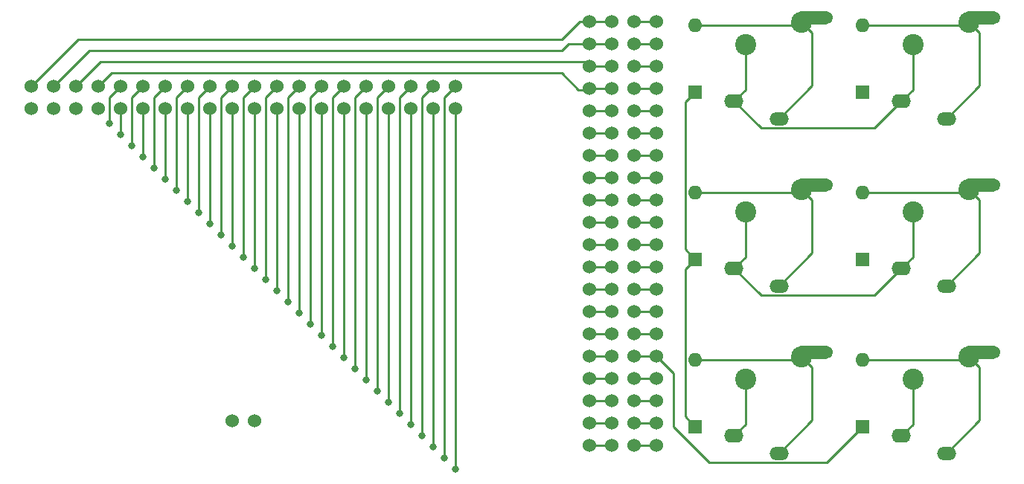
<source format=gbr>
%TF.GenerationSoftware,KiCad,Pcbnew,(7.0.0)*%
%TF.CreationDate,2023-02-28T08:24:30+09:00*%
%TF.ProjectId,wiokey,77696f6b-6579-42e6-9b69-6361645f7063,rev?*%
%TF.SameCoordinates,Original*%
%TF.FileFunction,Copper,L1,Top*%
%TF.FilePolarity,Positive*%
%FSLAX46Y46*%
G04 Gerber Fmt 4.6, Leading zero omitted, Abs format (unit mm)*
G04 Created by KiCad (PCBNEW (7.0.0)) date 2023-02-28 08:24:30*
%MOMM*%
%LPD*%
G01*
G04 APERTURE LIST*
G04 Aperture macros list*
%AMHorizOval*
0 Thick line with rounded ends*
0 $1 width*
0 $2 $3 position (X,Y) of the first rounded end (center of the circle)*
0 $4 $5 position (X,Y) of the second rounded end (center of the circle)*
0 Add line between two ends*
20,1,$1,$2,$3,$4,$5,0*
0 Add two circle primitives to create the rounded ends*
1,1,$1,$2,$3*
1,1,$1,$4,$5*%
G04 Aperture macros list end*
%TA.AperFunction,ComponentPad*%
%ADD10C,1.524000*%
%TD*%
%TA.AperFunction,ComponentPad*%
%ADD11O,2.200000X1.600000*%
%TD*%
%TA.AperFunction,ComponentPad*%
%ADD12C,2.400000*%
%TD*%
%TA.AperFunction,ComponentPad*%
%ADD13O,2.200000X1.500000*%
%TD*%
%TA.AperFunction,ComponentPad*%
%ADD14HorizOval,1.500000X1.449945X0.012653X-1.449945X-0.012653X0*%
%TD*%
%TA.AperFunction,ComponentPad*%
%ADD15R,1.600000X1.600000*%
%TD*%
%TA.AperFunction,ComponentPad*%
%ADD16O,1.600000X1.600000*%
%TD*%
%TA.AperFunction,ViaPad*%
%ADD17C,0.800000*%
%TD*%
%TA.AperFunction,Conductor*%
%ADD18C,0.250000*%
%TD*%
G04 APERTURE END LIST*
D10*
%TO.P,U1,40,BCM21*%
%TO.N,WT-40*%
X170130000Y-70730000D03*
%TO.P,U1,39,GND*%
%TO.N,WT-39*%
X170130000Y-73270000D03*
%TO.P,U1,38,BCM20*%
%TO.N,WT-38*%
X167590000Y-70730000D03*
%TO.P,U1,37,BCM26*%
%TO.N,WT-37*%
X167590000Y-73270000D03*
%TO.P,U1,36,BCM16*%
%TO.N,WT-36*%
X165050000Y-70730000D03*
%TO.P,U1,35,BCM19*%
%TO.N,WT-35*%
X165050000Y-73270000D03*
%TO.P,U1,34,GND*%
%TO.N,WT-34*%
X162510000Y-70730000D03*
%TO.P,U1,33,BCM13*%
%TO.N,WT-33*%
X162510000Y-73270000D03*
%TO.P,U1,32,BCM12*%
%TO.N,WT-32*%
X159970000Y-70730000D03*
%TO.P,U1,31,BCM6*%
%TO.N,WT-31*%
X159970000Y-73270000D03*
%TO.P,U1,30,GND*%
%TO.N,WT-30*%
X157430000Y-70730000D03*
%TO.P,U1,29,BCM5*%
%TO.N,WT-29*%
X157430000Y-73270000D03*
%TO.P,U1,28,BCM1*%
%TO.N,WT-28*%
X154890000Y-70730000D03*
%TO.P,U1,27,BCM0*%
%TO.N,WT-27*%
X154890000Y-73270000D03*
%TO.P,U1,26,BCM7*%
%TO.N,WT-26*%
X152350000Y-70730000D03*
%TO.P,U1,25,GND*%
%TO.N,WT-25*%
X152350000Y-73270000D03*
%TO.P,U1,24,BCM8*%
%TO.N,WT-24*%
X149810000Y-70730000D03*
%TO.P,U1,23,BCM11*%
%TO.N,WT-23*%
X149810000Y-73270000D03*
%TO.P,U1,22,BCM25*%
%TO.N,WT-22*%
X147270000Y-70730000D03*
%TO.P,U1,21,BCM9*%
%TO.N,WT-21*%
X147270000Y-73270000D03*
%TO.P,U1,20,GND*%
%TO.N,WT-20*%
X144730000Y-70730000D03*
%TO.P,U1,19,BCM10*%
%TO.N,WT-19*%
X144730000Y-73270000D03*
%TO.P,U1,18,BCM24*%
%TO.N,WT-18*%
X142190000Y-70730000D03*
%TO.P,U1,17,3V3*%
%TO.N,WT-17*%
X142190000Y-73270000D03*
%TO.P,U1,16,BCM23*%
%TO.N,WT-16*%
X139650000Y-70730000D03*
%TO.P,U1,15,BCM22*%
%TO.N,WT-15*%
X139650000Y-73270000D03*
%TO.P,U1,14,GND*%
%TO.N,WT-14*%
X137110000Y-70730000D03*
%TO.P,U1,13,BCM27*%
%TO.N,WT-13*%
X137110000Y-73270000D03*
%TO.P,U1,12,BCM18*%
%TO.N,WT-12*%
X134570000Y-70730000D03*
%TO.P,U1,11,BCM17*%
%TO.N,WT-11*%
X134570000Y-73270000D03*
%TO.P,U1,10,BCM15*%
%TO.N,WT-10*%
X132030000Y-70730000D03*
%TO.P,U1,9,GND*%
%TO.N,WT-09*%
X132030000Y-73270000D03*
%TO.P,U1,8,BCM14*%
%TO.N,WT-08*%
X129490000Y-70730000D03*
%TO.P,U1,7,BCM4*%
%TO.N,WT-07*%
X129490000Y-73270000D03*
%TO.P,U1,6,GND*%
%TO.N,WT-06*%
X126950000Y-70730000D03*
%TO.P,U1,5,BCM3*%
%TO.N,WT-05*%
X126950000Y-73270000D03*
%TO.P,U1,4,5V*%
%TO.N,WT-04*%
X124410000Y-70730000D03*
%TO.P,U1,3,BCM2*%
%TO.N,WT-03*%
X124410000Y-73270000D03*
%TO.P,U1,2,5V*%
%TO.N,WT-02*%
X121870000Y-70730000D03*
%TO.P,U1,1,3V3*%
%TO.N,WT-01*%
X121870000Y-73270000D03*
%TO.P,U1,*%
%TO.N,*%
X147270000Y-108830000D03*
X144730000Y-108830000D03*
%TD*%
D11*
%TO.P,SW2,1,1*%
%TO.N,WT-35*%
X201849999Y-91449999D03*
D12*
X203140000Y-85010000D03*
D13*
%TO.P,SW2,2,2*%
%TO.N,Net-(D2-A)*%
X206949999Y-93449999D03*
D12*
X209490000Y-82470000D03*
D14*
X210850041Y-82009598D03*
%TD*%
D15*
%TO.P,D3,1,K*%
%TO.N,WT-29*%
X197424999Y-109457499D03*
D16*
%TO.P,D3,2,A*%
%TO.N,Net-(D3-A)*%
X197424999Y-101837499D03*
%TD*%
D15*
%TO.P,D5,1,K*%
%TO.N,WT-31*%
X216474999Y-90407499D03*
D16*
%TO.P,D5,2,A*%
%TO.N,Net-(D5-A)*%
X216474999Y-82787499D03*
%TD*%
D11*
%TO.P,SW1,1,1*%
%TO.N,WT-33*%
X201849999Y-72399999D03*
D12*
X203140000Y-65960000D03*
D13*
%TO.P,SW1,2,2*%
%TO.N,Net-(D1-A)*%
X206949999Y-74399999D03*
D12*
X209490000Y-63420000D03*
D14*
X210850041Y-62959598D03*
%TD*%
D10*
%TO.P,U2,1,3V3*%
%TO.N,WT-01*%
X190450000Y-63370000D03*
X192990000Y-63370000D03*
%TO.P,U2,2,5V*%
%TO.N,WT-02*%
X185370000Y-63370000D03*
X187910000Y-63370000D03*
%TO.P,U2,3,BCM2*%
%TO.N,WT-03*%
X190450000Y-65910000D03*
X192990000Y-65910000D03*
%TO.P,U2,4,5V*%
%TO.N,WT-04*%
X185370000Y-65910000D03*
X187910000Y-65910000D03*
%TO.P,U2,5,BCM3*%
%TO.N,WT-05*%
X190450000Y-68450000D03*
X192990000Y-68450000D03*
%TO.P,U2,6,GND*%
%TO.N,WT-06*%
X185370000Y-68450000D03*
X187910000Y-68450000D03*
%TO.P,U2,7,BCM4*%
%TO.N,WT-07*%
X190450000Y-70990000D03*
X192990000Y-70990000D03*
%TO.P,U2,8,BCM14*%
%TO.N,WT-08*%
X185370000Y-70990000D03*
X187910000Y-70990000D03*
%TO.P,U2,9,GND*%
%TO.N,WT-09*%
X190450000Y-73530000D03*
X192990000Y-73530000D03*
%TO.P,U2,10,BCM15*%
%TO.N,WT-10*%
X185370000Y-73530000D03*
X187910000Y-73530000D03*
%TO.P,U2,11,BCM17*%
%TO.N,WT-11*%
X190450000Y-76070000D03*
X192990000Y-76070000D03*
%TO.P,U2,12,BCM18*%
%TO.N,WT-12*%
X185370000Y-76070000D03*
X187910000Y-76070000D03*
%TO.P,U2,13,BCM27*%
%TO.N,WT-13*%
X190450000Y-78610000D03*
X192990000Y-78610000D03*
%TO.P,U2,14,GND*%
%TO.N,WT-14*%
X185370000Y-78610000D03*
X187910000Y-78610000D03*
%TO.P,U2,15,BCM22*%
%TO.N,WT-15*%
X190450000Y-81150000D03*
X192990000Y-81150000D03*
%TO.P,U2,16,BCM23*%
%TO.N,WT-16*%
X185370000Y-81150000D03*
X187910000Y-81150000D03*
%TO.P,U2,17,3V3*%
%TO.N,WT-17*%
X190450000Y-83690000D03*
X192990000Y-83690000D03*
%TO.P,U2,18,BCM24*%
%TO.N,WT-18*%
X185370000Y-83690000D03*
X187910000Y-83690000D03*
%TO.P,U2,19,BCM10*%
%TO.N,WT-19*%
X190450000Y-86230000D03*
X192990000Y-86230000D03*
%TO.P,U2,20,GND*%
%TO.N,WT-20*%
X185370000Y-86230000D03*
X187910000Y-86230000D03*
%TO.P,U2,21,BCM9*%
%TO.N,WT-21*%
X190450000Y-88770000D03*
X192990000Y-88770000D03*
%TO.P,U2,22,BCM25*%
%TO.N,WT-22*%
X185370000Y-88770000D03*
X187910000Y-88770000D03*
%TO.P,U2,23,BCM11*%
%TO.N,WT-23*%
X190450000Y-91310000D03*
X192990000Y-91310000D03*
%TO.P,U2,24,BCM8*%
%TO.N,WT-24*%
X185370000Y-91310000D03*
X187910000Y-91310000D03*
%TO.P,U2,25,GND*%
%TO.N,WT-25*%
X190450000Y-93850000D03*
X192990000Y-93850000D03*
%TO.P,U2,26,BCM7*%
%TO.N,WT-26*%
X185370000Y-93850000D03*
X187910000Y-93850000D03*
%TO.P,U2,27,BCM0*%
%TO.N,WT-27*%
X190450000Y-96390000D03*
X192990000Y-96390000D03*
%TO.P,U2,28,BCM1*%
%TO.N,WT-28*%
X185370000Y-96390000D03*
X187910000Y-96390000D03*
%TO.P,U2,29,BCM5*%
%TO.N,WT-29*%
X190450000Y-98930000D03*
X192990000Y-98930000D03*
%TO.P,U2,30,GND*%
%TO.N,WT-30*%
X185370000Y-98930000D03*
X187910000Y-98930000D03*
%TO.P,U2,31,BCM6*%
%TO.N,WT-31*%
X190450000Y-101470000D03*
X192990000Y-101470000D03*
%TO.P,U2,32,BCM12*%
%TO.N,WT-32*%
X185370000Y-101470000D03*
X187910000Y-101470000D03*
%TO.P,U2,33,BCM13*%
%TO.N,WT-33*%
X190450000Y-104010000D03*
X192990000Y-104010000D03*
%TO.P,U2,34,GND*%
%TO.N,WT-34*%
X185370000Y-104010000D03*
X187910000Y-104010000D03*
%TO.P,U2,35,BCM19*%
%TO.N,WT-35*%
X190450000Y-106550000D03*
X192990000Y-106550000D03*
%TO.P,U2,36,BCM16*%
%TO.N,WT-36*%
X185370000Y-106550000D03*
X187910000Y-106550000D03*
%TO.P,U2,37,BCM26*%
%TO.N,WT-37*%
X190450000Y-109090000D03*
X192990000Y-109090000D03*
%TO.P,U2,38,BCM20*%
%TO.N,WT-38*%
X185370000Y-109090000D03*
X187910000Y-109090000D03*
%TO.P,U2,39,GND*%
%TO.N,WT-39*%
X190450000Y-111630000D03*
X192990000Y-111630000D03*
%TO.P,U2,40,BCM21*%
%TO.N,WT-40*%
X185370000Y-111630000D03*
X187910000Y-111630000D03*
%TD*%
D15*
%TO.P,D1,1,K*%
%TO.N,WT-29*%
X197424999Y-71357499D03*
D16*
%TO.P,D1,2,A*%
%TO.N,Net-(D1-A)*%
X197424999Y-63737499D03*
%TD*%
D11*
%TO.P,SW6,1,1*%
%TO.N,WT-37*%
X220899999Y-110499999D03*
D12*
X222190000Y-104060000D03*
D13*
%TO.P,SW6,2,2*%
%TO.N,Net-(D6-A)*%
X225999999Y-112499999D03*
D12*
X228540000Y-101520000D03*
D14*
X229900041Y-101059598D03*
%TD*%
D15*
%TO.P,D4,1,K*%
%TO.N,WT-31*%
X216474999Y-71357499D03*
D16*
%TO.P,D4,2,A*%
%TO.N,Net-(D4-A)*%
X216474999Y-63737499D03*
%TD*%
D11*
%TO.P,SW5,1,1*%
%TO.N,WT-35*%
X220899999Y-91449999D03*
D12*
X222190000Y-85010000D03*
D13*
%TO.P,SW5,2,2*%
%TO.N,Net-(D5-A)*%
X225999999Y-93449999D03*
D12*
X228540000Y-82470000D03*
D14*
X229900041Y-82009598D03*
%TD*%
D15*
%TO.P,D6,1,K*%
%TO.N,WT-31*%
X216474999Y-109457499D03*
D16*
%TO.P,D6,2,A*%
%TO.N,Net-(D6-A)*%
X216474999Y-101837499D03*
%TD*%
D15*
%TO.P,D2,1,K*%
%TO.N,WT-29*%
X197424999Y-90407499D03*
D16*
%TO.P,D2,2,A*%
%TO.N,Net-(D2-A)*%
X197424999Y-82787499D03*
%TD*%
D11*
%TO.P,SW3,1,1*%
%TO.N,WT-37*%
X201849999Y-110499999D03*
D12*
X203140000Y-104060000D03*
D13*
%TO.P,SW3,2,2*%
%TO.N,Net-(D3-A)*%
X206949999Y-112499999D03*
D12*
X209490000Y-101520000D03*
D14*
X210850041Y-101059598D03*
%TD*%
D11*
%TO.P,SW4,1,1*%
%TO.N,WT-33*%
X220899999Y-72399999D03*
D12*
X222190000Y-65960000D03*
D13*
%TO.P,SW4,2,2*%
%TO.N,Net-(D4-A)*%
X225999999Y-74399999D03*
D12*
X228540000Y-63420000D03*
D14*
X229900041Y-62959598D03*
%TD*%
D17*
%TO.N,WT-09*%
X132080000Y-76200000D03*
%TO.N,WT-11*%
X134620000Y-78740000D03*
%TO.N,WT-13*%
X137160000Y-81280000D03*
%TO.N,WT-15*%
X139700000Y-83820000D03*
%TO.N,WT-17*%
X142240000Y-86360000D03*
%TO.N,WT-19*%
X144780000Y-88900000D03*
%TO.N,WT-21*%
X147320000Y-91440000D03*
%TO.N,WT-23*%
X149860000Y-93980000D03*
%TO.N,WT-25*%
X152400000Y-96520000D03*
%TO.N,WT-27*%
X154940000Y-99060000D03*
%TO.N,WT-29*%
X157480000Y-101600000D03*
%TO.N,WT-31*%
X160020000Y-104140000D03*
%TO.N,WT-33*%
X162560000Y-106680000D03*
%TO.N,WT-35*%
X165100000Y-109220000D03*
%TO.N,WT-37*%
X167640000Y-111760000D03*
%TO.N,WT-39*%
X170180000Y-114300000D03*
%TO.N,WT-10*%
X130810000Y-74930000D03*
%TO.N,WT-12*%
X133350000Y-77470000D03*
%TO.N,WT-14*%
X135890000Y-80010000D03*
%TO.N,WT-16*%
X138430000Y-82550000D03*
%TO.N,WT-18*%
X140970000Y-85090000D03*
%TO.N,WT-20*%
X143510000Y-87630000D03*
%TO.N,WT-22*%
X146050000Y-90170000D03*
%TO.N,WT-24*%
X148590000Y-92710000D03*
%TO.N,WT-26*%
X151130000Y-95250000D03*
%TO.N,WT-28*%
X153670000Y-97790000D03*
%TO.N,WT-30*%
X156210000Y-100330000D03*
%TO.N,WT-32*%
X158750000Y-102870000D03*
%TO.N,WT-34*%
X161290000Y-105410000D03*
%TO.N,WT-36*%
X163830000Y-107950000D03*
%TO.N,WT-38*%
X166370000Y-110490000D03*
%TO.N,WT-40*%
X168910000Y-113030000D03*
%TD*%
D18*
%TO.N,WT-01*%
X190450000Y-63370000D02*
X192990000Y-63370000D01*
%TO.N,WT-03*%
X192990000Y-65910000D02*
X190450000Y-65910000D01*
%TO.N,WT-05*%
X190450000Y-68450000D02*
X192990000Y-68450000D01*
%TO.N,WT-07*%
X192990000Y-70990000D02*
X190450000Y-70990000D01*
%TO.N,WT-09*%
X132030000Y-76150000D02*
X132080000Y-76200000D01*
X190450000Y-73530000D02*
X192990000Y-73530000D01*
X132030000Y-73270000D02*
X132030000Y-76150000D01*
%TO.N,WT-11*%
X192990000Y-76070000D02*
X190450000Y-76070000D01*
X134570000Y-73270000D02*
X134620000Y-78740000D01*
%TO.N,WT-13*%
X137110000Y-73270000D02*
X137110000Y-81230000D01*
X137110000Y-81230000D02*
X137160000Y-81280000D01*
X190450000Y-78610000D02*
X192990000Y-78610000D01*
%TO.N,WT-15*%
X139650000Y-83770000D02*
X139700000Y-83820000D01*
X192990000Y-81150000D02*
X190450000Y-81150000D01*
X139650000Y-73270000D02*
X139650000Y-83770000D01*
%TO.N,WT-17*%
X190450000Y-83690000D02*
X192990000Y-83690000D01*
X142190000Y-73270000D02*
X142190000Y-86310000D01*
X142190000Y-86310000D02*
X142240000Y-86360000D01*
%TO.N,WT-19*%
X144730000Y-73270000D02*
X144730000Y-88850000D01*
X192990000Y-86230000D02*
X190450000Y-86230000D01*
X144730000Y-88850000D02*
X144780000Y-88900000D01*
%TO.N,WT-21*%
X147270000Y-91390000D02*
X147320000Y-91440000D01*
X147270000Y-73270000D02*
X147270000Y-91390000D01*
X190450000Y-88770000D02*
X192990000Y-88770000D01*
%TO.N,WT-23*%
X149810000Y-93930000D02*
X149860000Y-93980000D01*
X192990000Y-91310000D02*
X190450000Y-91310000D01*
X149810000Y-73270000D02*
X149810000Y-93930000D01*
%TO.N,WT-25*%
X152350000Y-73270000D02*
X152350000Y-96470000D01*
X190450000Y-93850000D02*
X192990000Y-93850000D01*
X152350000Y-96470000D02*
X152400000Y-96520000D01*
%TO.N,WT-27*%
X192990000Y-96390000D02*
X190450000Y-96390000D01*
X154890000Y-73270000D02*
X154890000Y-99010000D01*
X154890000Y-99010000D02*
X154940000Y-99060000D01*
%TO.N,WT-29*%
X190450000Y-98930000D02*
X192990000Y-98930000D01*
X197425000Y-71357500D02*
X196300000Y-72482500D01*
X157430000Y-101550000D02*
X157480000Y-101600000D01*
X196300000Y-91532500D02*
X196300000Y-108332500D01*
X157430000Y-73270000D02*
X157430000Y-101550000D01*
X196300000Y-72482500D02*
X196300000Y-89282500D01*
X197425000Y-90407500D02*
X196300000Y-91532500D01*
X196300000Y-108332500D02*
X197425000Y-109457500D01*
X196300000Y-89282500D02*
X197425000Y-90407500D01*
%TO.N,WT-31*%
X194945000Y-103425000D02*
X194945000Y-109525000D01*
X192990000Y-101470000D02*
X190450000Y-101470000D01*
X198995000Y-113575000D02*
X212357500Y-113575000D01*
X159970000Y-73270000D02*
X159970000Y-104090000D01*
X159970000Y-104090000D02*
X160020000Y-104140000D01*
X194945000Y-109525000D02*
X198995000Y-113575000D01*
X192990000Y-101470000D02*
X194945000Y-103425000D01*
X212357500Y-113575000D02*
X216475000Y-109457500D01*
%TO.N,WT-33*%
X217825000Y-75475000D02*
X220900000Y-72400000D01*
X222190000Y-71110000D02*
X220900000Y-72400000D01*
X201850000Y-72400000D02*
X204925000Y-75475000D01*
X222190000Y-65960000D02*
X222190000Y-71110000D01*
X162510000Y-106630000D02*
X162560000Y-106680000D01*
X190450000Y-104010000D02*
X192990000Y-104010000D01*
X203140000Y-65960000D02*
X203140000Y-71110000D01*
X204925000Y-75475000D02*
X217825000Y-75475000D01*
X162510000Y-73270000D02*
X162510000Y-106630000D01*
X203140000Y-71110000D02*
X201850000Y-72400000D01*
%TO.N,WT-35*%
X203140000Y-90160000D02*
X201850000Y-91450000D01*
X192990000Y-106550000D02*
X190450000Y-106550000D01*
X204925000Y-94525000D02*
X217825000Y-94525000D01*
X217825000Y-94525000D02*
X220900000Y-91450000D01*
X222190000Y-85010000D02*
X222190000Y-90160000D01*
X165050000Y-73270000D02*
X165050000Y-109170000D01*
X222190000Y-90160000D02*
X220900000Y-91450000D01*
X201850000Y-91450000D02*
X204925000Y-94525000D01*
X203140000Y-85010000D02*
X203140000Y-90160000D01*
X165050000Y-109170000D02*
X165100000Y-109220000D01*
%TO.N,WT-37*%
X167590000Y-105410000D02*
X167590000Y-111710000D01*
X190450000Y-109090000D02*
X192990000Y-109090000D01*
X203140000Y-109210000D02*
X201850000Y-110500000D01*
X222190000Y-109210000D02*
X220900000Y-110500000D01*
X167590000Y-73270000D02*
X167590000Y-105410000D01*
X222190000Y-104060000D02*
X222190000Y-109210000D01*
X203140000Y-104060000D02*
X203140000Y-109210000D01*
X167590000Y-111710000D02*
X167640000Y-111760000D01*
%TO.N,WT-39*%
X170130000Y-114250000D02*
X170180000Y-114300000D01*
X170130000Y-73270000D02*
X170130000Y-114250000D01*
X192990000Y-111630000D02*
X190450000Y-111630000D01*
%TO.N,WT-02*%
X121870000Y-70730000D02*
X127195000Y-65405000D01*
X185370000Y-63370000D02*
X187910000Y-63370000D01*
X184280000Y-63370000D02*
X185370000Y-63370000D01*
X182245000Y-65405000D02*
X184280000Y-63370000D01*
X127195000Y-65405000D02*
X182245000Y-65405000D01*
%TO.N,WT-04*%
X183010000Y-65910000D02*
X185370000Y-65910000D01*
X128465000Y-66675000D02*
X182245000Y-66675000D01*
X187910000Y-65910000D02*
X185370000Y-65910000D01*
X124410000Y-70730000D02*
X128465000Y-66675000D01*
X182245000Y-66675000D02*
X183010000Y-65910000D01*
%TO.N,WT-06*%
X184865000Y-67945000D02*
X185370000Y-68450000D01*
X129735000Y-67945000D02*
X184865000Y-67945000D01*
X126950000Y-70730000D02*
X129735000Y-67945000D01*
X185370000Y-68450000D02*
X187910000Y-68450000D01*
%TO.N,WT-08*%
X185240000Y-71120000D02*
X185370000Y-70990000D01*
X187910000Y-70990000D02*
X185370000Y-70990000D01*
X182245000Y-69215000D02*
X184150000Y-71120000D01*
X129490000Y-70730000D02*
X131005000Y-69215000D01*
X131005000Y-69215000D02*
X182245000Y-69215000D01*
X184150000Y-71120000D02*
X185240000Y-71120000D01*
%TO.N,WT-10*%
X132030000Y-70730000D02*
X130810000Y-71950000D01*
X130810000Y-71950000D02*
X130810000Y-74930000D01*
X185370000Y-73530000D02*
X187910000Y-73530000D01*
%TO.N,WT-12*%
X134570000Y-70730000D02*
X133350000Y-71950000D01*
X133350000Y-71950000D02*
X133350000Y-77470000D01*
X187910000Y-76070000D02*
X185370000Y-76070000D01*
%TO.N,WT-14*%
X185370000Y-78610000D02*
X187910000Y-78610000D01*
X135890000Y-71950000D02*
X135890000Y-80010000D01*
X137110000Y-70730000D02*
X135890000Y-71950000D01*
%TO.N,WT-16*%
X139650000Y-70730000D02*
X138430000Y-71950000D01*
X138430000Y-71950000D02*
X138430000Y-82550000D01*
X187910000Y-81150000D02*
X185370000Y-81150000D01*
%TO.N,WT-18*%
X142190000Y-70730000D02*
X140970000Y-71950000D01*
X185370000Y-83690000D02*
X187910000Y-83690000D01*
X140970000Y-71950000D02*
X140970000Y-85090000D01*
%TO.N,WT-20*%
X143510000Y-71950000D02*
X143510000Y-87630000D01*
X144730000Y-70730000D02*
X143510000Y-71950000D01*
X187910000Y-86230000D02*
X185370000Y-86230000D01*
%TO.N,WT-22*%
X185370000Y-88770000D02*
X187910000Y-88770000D01*
X146050000Y-88900000D02*
X146050000Y-90170000D01*
X146050000Y-71950000D02*
X146050000Y-88900000D01*
X147270000Y-70730000D02*
X146050000Y-71950000D01*
%TO.N,WT-24*%
X148590000Y-71950000D02*
X148590000Y-92710000D01*
X187910000Y-91310000D02*
X185370000Y-91310000D01*
X149810000Y-70730000D02*
X148590000Y-71950000D01*
%TO.N,WT-26*%
X152350000Y-70730000D02*
X151130000Y-71950000D01*
X151130000Y-71950000D02*
X151130000Y-95250000D01*
X185370000Y-93850000D02*
X187910000Y-93850000D01*
%TO.N,WT-28*%
X154890000Y-70730000D02*
X153670000Y-71950000D01*
X187910000Y-96390000D02*
X185370000Y-96390000D01*
X153670000Y-71950000D02*
X153670000Y-97790000D01*
%TO.N,WT-30*%
X156210000Y-71950000D02*
X156210000Y-100330000D01*
X185370000Y-98930000D02*
X187910000Y-98930000D01*
X157430000Y-70730000D02*
X156210000Y-71950000D01*
%TO.N,WT-32*%
X158750000Y-71950000D02*
X158750000Y-102870000D01*
X159970000Y-70730000D02*
X158750000Y-71950000D01*
X187910000Y-101470000D02*
X185370000Y-101470000D01*
%TO.N,WT-34*%
X161290000Y-71950000D02*
X161290000Y-105410000D01*
X162510000Y-70730000D02*
X161290000Y-71950000D01*
X185370000Y-104010000D02*
X187910000Y-104010000D01*
%TO.N,WT-36*%
X187910000Y-106550000D02*
X185370000Y-106550000D01*
X165050000Y-70730000D02*
X163830000Y-71950000D01*
X163830000Y-71950000D02*
X163830000Y-107950000D01*
%TO.N,WT-38*%
X185370000Y-109090000D02*
X187910000Y-109090000D01*
X166370000Y-71950000D02*
X166370000Y-110490000D01*
X167590000Y-70730000D02*
X166370000Y-71950000D01*
%TO.N,WT-40*%
X170130000Y-70730000D02*
X168910000Y-71950000D01*
X187910000Y-111630000D02*
X185370000Y-111630000D01*
X168910000Y-71950000D02*
X168910000Y-113030000D01*
%TO.N,Net-(D1-A)*%
X210690000Y-64620000D02*
X210690000Y-70660000D01*
X209172500Y-63737500D02*
X209490000Y-63420000D01*
X209490000Y-63420000D02*
X210690000Y-64620000D01*
X197425000Y-63737500D02*
X209172500Y-63737500D01*
X210690000Y-70660000D02*
X206950000Y-74400000D01*
%TO.N,Net-(D2-A)*%
X209172500Y-82787500D02*
X209490000Y-82470000D01*
X197425000Y-82787500D02*
X209172500Y-82787500D01*
X210690000Y-89710000D02*
X206950000Y-93450000D01*
X209490000Y-82470000D02*
X210690000Y-83670000D01*
X210690000Y-83670000D02*
X210690000Y-89710000D01*
%TO.N,Net-(D3-A)*%
X210690000Y-102720000D02*
X210690000Y-108760000D01*
X209490000Y-101520000D02*
X210690000Y-102720000D01*
X210690000Y-108760000D02*
X206950000Y-112500000D01*
X209172500Y-101837500D02*
X209490000Y-101520000D01*
X197425000Y-101837500D02*
X209172500Y-101837500D01*
%TO.N,Net-(D4-A)*%
X228540000Y-63420000D02*
X229740000Y-64620000D01*
X229740000Y-70660000D02*
X226000000Y-74400000D01*
X228222500Y-63737500D02*
X228540000Y-63420000D01*
X216475000Y-63737500D02*
X228222500Y-63737500D01*
X229740000Y-64620000D02*
X229740000Y-70660000D01*
%TO.N,Net-(D5-A)*%
X229740000Y-83670000D02*
X229740000Y-89710000D01*
X228540000Y-82470000D02*
X229740000Y-83670000D01*
X229740000Y-89710000D02*
X226000000Y-93450000D01*
X228222500Y-82787500D02*
X228540000Y-82470000D01*
X216475000Y-82787500D02*
X228222500Y-82787500D01*
%TO.N,Net-(D6-A)*%
X216475000Y-101837500D02*
X228222500Y-101837500D01*
X228540000Y-101520000D02*
X229740000Y-102720000D01*
X229740000Y-108760000D02*
X226000000Y-112500000D01*
X229740000Y-102720000D02*
X229740000Y-108760000D01*
X228222500Y-101837500D02*
X228540000Y-101520000D01*
%TD*%
M02*

</source>
